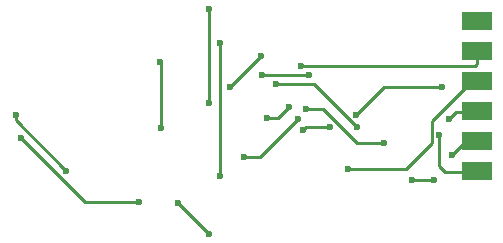
<source format=gbl>
G04 #@! TF.FileFunction,Copper,L2,Bot,Signal*
%FSLAX46Y46*%
G04 Gerber Fmt 4.6, Leading zero omitted, Abs format (unit mm)*
G04 Created by KiCad (PCBNEW 4.0.0-rc1-stable) date 12/2/2015 9:18:31 PM*
%MOMM*%
G01*
G04 APERTURE LIST*
%ADD10C,0.100000*%
%ADD11R,2.540000X1.524000*%
%ADD12C,0.600000*%
%ADD13C,0.250000*%
G04 APERTURE END LIST*
D10*
D11*
X176377600Y-82255360D03*
X176377600Y-84795360D03*
X176377600Y-87335360D03*
X176377600Y-89875360D03*
X176377600Y-92415360D03*
X176377600Y-94955360D03*
D12*
X174028100Y-90517980D03*
X149600920Y-85742780D03*
X149641560Y-91307920D03*
X161234120Y-90543380D03*
X156705300Y-93751400D03*
X173426120Y-87843360D03*
X166126160Y-90213180D03*
X141589760Y-94904560D03*
X137335260Y-90164920D03*
X158104840Y-85191600D03*
X155478480Y-87817960D03*
X153718260Y-100243640D03*
X151109680Y-97660460D03*
X147800060Y-97602040D03*
X137756900Y-92128340D03*
X153675080Y-89187020D03*
X153710640Y-81208880D03*
X161678620Y-91478100D03*
X163962080Y-91231720D03*
X154650440Y-95374460D03*
X154650440Y-84137500D03*
X162214560Y-86771480D03*
X158188660Y-86799420D03*
X166217600Y-91252040D03*
X159379920Y-87602060D03*
X173212760Y-91912440D03*
X161531300Y-86047580D03*
X165508940Y-94800420D03*
X174320200Y-93581220D03*
X172775880Y-95697040D03*
X170888660Y-95707200D03*
X160479740Y-89489280D03*
X158615380Y-90421460D03*
X168534080Y-92555060D03*
X161930080Y-89687400D03*
D13*
X176433480Y-89936320D02*
X174609760Y-89936320D01*
X174609760Y-89936320D02*
X174028100Y-90517980D01*
X149641560Y-91307920D02*
X149641560Y-85783420D01*
X149641560Y-85783420D02*
X149600920Y-85742780D01*
X156705300Y-93751400D02*
X158026100Y-93751400D01*
X158026100Y-93751400D02*
X161234120Y-90543380D01*
X170942000Y-87795100D02*
X173377860Y-87795100D01*
X173377860Y-87795100D02*
X173426120Y-87843360D01*
X166126160Y-90213180D02*
X168544240Y-87795100D01*
X168544240Y-87795100D02*
X170942000Y-87795100D01*
X176438560Y-89931240D02*
X176433480Y-89936320D01*
X137335260Y-90164920D02*
X137335260Y-90650060D01*
X137335260Y-90650060D02*
X141589760Y-94904560D01*
X155478480Y-87817960D02*
X158104840Y-85191600D01*
X151109680Y-97660460D02*
X153692860Y-100243640D01*
X153692860Y-100243640D02*
X153718260Y-100243640D01*
X137756900Y-92128340D02*
X143230600Y-97602040D01*
X143230600Y-97602040D02*
X147800060Y-97602040D01*
X153710640Y-81208880D02*
X153710640Y-89151460D01*
X153710640Y-89151460D02*
X153675080Y-89187020D01*
X163962080Y-91231720D02*
X161925000Y-91231720D01*
X161925000Y-91231720D02*
X161678620Y-91478100D01*
X154650440Y-84137500D02*
X154650440Y-95374460D01*
X158188660Y-86799420D02*
X162186620Y-86799420D01*
X159379920Y-87602060D02*
X162567620Y-87602060D01*
X162567620Y-87602060D02*
X166217600Y-91252040D01*
X173212760Y-94531180D02*
X173697900Y-95016320D01*
X173697900Y-95016320D02*
X176433480Y-95016320D01*
X173212760Y-91912440D02*
X173212760Y-94531180D01*
X176316640Y-95016320D02*
X176433480Y-95016320D01*
X176433480Y-82316320D02*
X175925480Y-82316320D01*
X161531300Y-86047580D02*
X176254220Y-86047580D01*
X176254220Y-86047580D02*
X176433480Y-85868320D01*
X176433480Y-85868320D02*
X176433480Y-84856320D01*
X170375342Y-94800420D02*
X172587759Y-92588003D01*
X172587759Y-92588003D02*
X172587759Y-90734041D01*
X172587759Y-90734041D02*
X175925480Y-87396320D01*
X175925480Y-87396320D02*
X176433480Y-87396320D01*
X165508940Y-94800420D02*
X170375342Y-94800420D01*
X176235360Y-87594440D02*
X176433480Y-87396320D01*
X174320200Y-93581220D02*
X175425100Y-92476320D01*
X175425100Y-92476320D02*
X176433480Y-92476320D01*
X170888660Y-95707200D02*
X172765720Y-95707200D01*
X172765720Y-95707200D02*
X172775880Y-95697040D01*
X176339500Y-92570300D02*
X176433480Y-92476320D01*
X158615380Y-90421460D02*
X159547560Y-90421460D01*
X159547560Y-90421460D02*
X160479740Y-89489280D01*
X161930080Y-89687400D02*
X163342762Y-89687400D01*
X163342762Y-89687400D02*
X166210422Y-92555060D01*
X166210422Y-92555060D02*
X168534080Y-92555060D01*
M02*

</source>
